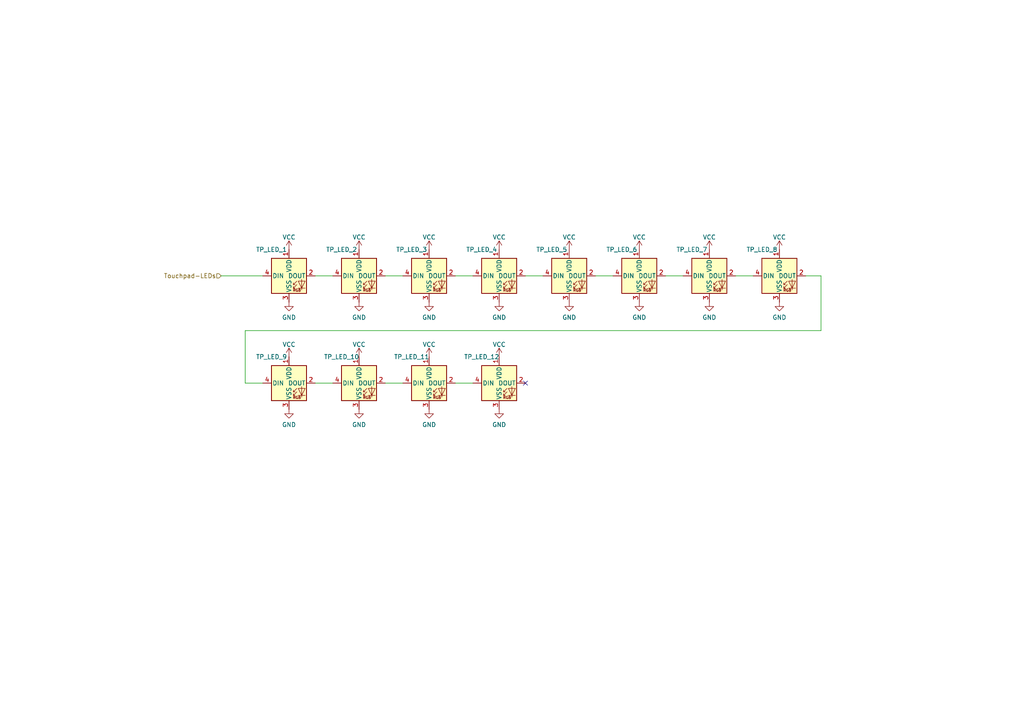
<source format=kicad_sch>
(kicad_sch (version 20211123) (generator eeschema)
  (paper "A4")
  (lib_symbols
    (symbol "LED:WS2812B" (pin_names (offset 0.254))
      (property "Reference" "D" (at 5.08 5.715 0))
      (property "Value" "WS2812B" (at 1.27 -5.715 0))
      (symbol "WS2812B_0_0"
        (text "RGB" (at 2.286 -4.191 0) (effects (font (size 0.762 0.762))))
      )
      (symbol "WS2812B_0_1"
        (polyline (pts (xy 1.27 -3.556) (xy 1.778 -3.556)))
        (polyline (pts (xy 1.27 -2.54) (xy 1.778 -2.54)))
        (polyline (pts (xy 4.699 -3.556) (xy 2.667 -3.556)))
        (polyline (pts (xy 2.286 -2.54) (xy 1.27 -3.556) (xy 1.27 -3.048)))
        (polyline (pts (xy 2.286 -1.524) (xy 1.27 -2.54) (xy 1.27 -2.032)))
        (polyline (pts (xy 3.683 -1.016) (xy 3.683 -3.556) (xy 3.683 -4.064)))
        (polyline (pts (xy 4.699 -1.524) (xy 2.667 -1.524) (xy 3.683 -3.556) (xy 4.699 -1.524)))
        (rectangle (start 5.08 5.08) (end -5.08 -5.08) (stroke (width 0.254)) (fill (type background)))
      )
      (symbol "WS2812B_1_1"
        (pin power_in line (at 0 7.62 270) (length 2.54) (name "VDD") (number "1"))
        (pin output line (at 7.62 0 180) (length 2.54) (name "DOUT") (number "2"))
        (pin power_in line (at 0 -7.62 90) (length 2.54) (name "VSS") (number "3"))
        (pin input line (at -7.62 0 0) (length 2.54) (name "DIN") (number "4"))
      )
    )
    (symbol "power:GND" (power) (pin_names (offset 0))
      (property "Value" "GND" (at 0 -3.81 0))
      (symbol "GND_0_1"
        (polyline (pts (xy 0 0) (xy 0 -1.27) (xy 1.27 -1.27) (xy 0 -2.54) (xy -1.27 -1.27) (xy 0 -1.27)))
      )
      (symbol "GND_1_1"
        (pin power_in line (at 0 0 270) (length 0) hide (name "GND") (number "1"))
      )
    )
    (symbol "power:VCC" (power) (pin_names (offset 0))
      (property "Value" "VCC" (at 0 3.81 0))
      (symbol "VCC_0_1"
        (polyline (pts (xy -0.762 1.27) (xy 0 2.54)))
        (polyline (pts (xy 0 0) (xy 0 2.54)))
        (polyline (pts (xy 0 2.54) (xy 0.762 1.27)))
      )
      (symbol "VCC_1_1"
        (pin power_in line (at 0 0 90) (length 0) hide (name "VCC") (number "1"))
      )
    )
  )
  (no_connect (at 152.4 111.125))
  (wire (pts (xy 193.04 80.01) (xy 198.12 80.01)))
  (wire (pts (xy 71.12 95.885) (xy 71.12 111.125)))
  (wire (pts (xy 172.72 80.01) (xy 177.8 80.01)))
  (wire (pts (xy 91.44 111.125) (xy 96.52 111.125)))
  (wire (pts (xy 132.08 111.125) (xy 137.16 111.125)))
  (wire (pts (xy 132.08 80.01) (xy 137.16 80.01)))
  (wire (pts (xy 238.125 95.885) (xy 71.12 95.885)))
  (wire (pts (xy 111.76 80.01) (xy 116.84 80.01)))
  (wire (pts (xy 71.12 111.125) (xy 76.2 111.125)))
  (wire (pts (xy 91.44 80.01) (xy 96.52 80.01)))
  (wire (pts (xy 233.68 80.01) (xy 238.125 80.01)))
  (wire (pts (xy 213.36 80.01) (xy 218.44 80.01)))
  (wire (pts (xy 152.4 80.01) (xy 157.48 80.01)))
  (wire (pts (xy 111.76 111.125) (xy 116.84 111.125)))
  (wire (pts (xy 64.135 80.01) (xy 76.2 80.01)))
  (wire (pts (xy 238.125 80.01) (xy 238.125 95.885)))
  (hierarchical_label "Touchpad-LEDs" (shape input) (at 64.135 80.01 180))
  (symbol (lib_id "power:VCC") (at 124.46 72.39 0) (unit 1)
    (property "Reference" "#PWR0234" (effects hide))
    (property "Value" "VCC" (at 124.46 68.8142 0))
  )
  (symbol (lib_id "power:VCC") (at 83.82 72.39 0) (unit 1)
    (property "Reference" "#PWR0232" (effects hide))
    (property "Value" "VCC" (at 83.82 68.8142 0))
  )
  (symbol (lib_id "power:VCC") (at 165.1 72.39 0) (unit 1)
    (property "Reference" "#PWR0236" (effects hide))
    (property "Value" "VCC" (at 165.1 68.8142 0))
  )
  (symbol (lib_id "LED:WS2812B") (at 104.14 80.01 0) (unit 1)
    (property "Reference" "TP_LED_2" (at 99.06 72.39 0))
    (property "Value" "WS2812-4020_dual" (effects hide))
    (property "Footprint" "FieldBoard_footprint:LED_WS2812B_PLCC4_5.0x5.0mm_P3.2mm" (effects hide))
    (property "Datasheet" "https://cdn-shop.adafruit.com/datasheets/WS2812B.pdf" (effects hide))
  )
  (symbol (lib_id "power:VCC") (at 104.14 72.39 0) (unit 1)
    (property "Reference" "#PWR0233" (effects hide))
    (property "Value" "VCC" (at 104.14 68.8142 0))
  )
  (symbol (lib_id "LED:WS2812B") (at 83.82 80.01 0) (unit 1)
    (property "Reference" "TP_LED_1" (at 78.74 72.39 0))
    (property "Value" "WS2812-4020_dual" (effects hide))
    (property "Footprint" "FieldBoard_footprint:LED_WS2812B_PLCC4_5.0x5.0mm_P3.2mm" (effects hide))
    (property "Datasheet" "https://cdn-shop.adafruit.com/datasheets/WS2812B.pdf" (effects hide))
  )
  (symbol (lib_id "LED:WS2812B") (at 124.46 80.01 0) (unit 1)
    (property "Reference" "TP_LED_3" (at 119.38 72.39 0))
    (property "Value" "WS2812-4020_dual" (effects hide))
    (property "Footprint" "FieldBoard_footprint:LED_WS2812B_PLCC4_5.0x5.0mm_P3.2mm" (effects hide))
    (property "Datasheet" "https://cdn-shop.adafruit.com/datasheets/WS2812B.pdf" (effects hide))
  )
  (symbol (lib_id "LED:WS2812B") (at 124.46 111.125 0) (unit 1)
    (property "Reference" "TP_LED_11" (at 119.38 103.505 0))
    (property "Value" "WS2812-4020_dual" (effects hide))
    (property "Footprint" "FieldBoard_footprint:LED_WS2812B_PLCC4_5.0x5.0mm_P3.2mm" (effects hide))
    (property "Datasheet" "https://cdn-shop.adafruit.com/datasheets/WS2812B.pdf" (effects hide))
  )
  (symbol (lib_id "power:GND") (at 144.78 87.63 0) (unit 1)
    (property "Reference" "#PWR0243" (effects hide))
    (property "Value" "GND" (at 144.78 92.0734 0))
  )
  (symbol (lib_id "power:GND") (at 185.42 87.63 0) (unit 1)
    (property "Reference" "#PWR0245" (effects hide))
    (property "Value" "GND" (at 185.42 92.0734 0))
  )
  (symbol (lib_id "LED:WS2812B") (at 144.78 80.01 0) (unit 1)
    (property "Reference" "TP_LED_4" (at 139.7 72.39 0))
    (property "Value" "WS2812-4020_dual" (effects hide))
    (property "Footprint" "FieldBoard_footprint:LED_WS2812B_PLCC4_5.0x5.0mm_P3.2mm" (effects hide))
    (property "Datasheet" "https://cdn-shop.adafruit.com/datasheets/WS2812B.pdf" (effects hide))
  )
  (symbol (lib_id "power:GND") (at 83.82 118.745 0) (unit 1)
    (property "Reference" "#PWR0252" (effects hide))
    (property "Value" "GND" (at 83.82 123.1884 0))
  )
  (symbol (lib_id "power:GND") (at 205.74 87.63 0) (unit 1)
    (property "Reference" "#PWR0246" (effects hide))
    (property "Value" "GND" (at 205.74 92.0734 0))
  )
  (symbol (lib_id "power:GND") (at 104.14 118.745 0) (unit 1)
    (property "Reference" "#PWR0253" (effects hide))
    (property "Value" "GND" (at 104.14 123.1884 0))
  )
  (symbol (lib_id "LED:WS2812B") (at 144.78 111.125 0) (unit 1)
    (property "Reference" "TP_LED_12" (at 139.7 103.505 0))
    (property "Value" "WS2812-4020_dual" (effects hide))
    (property "Footprint" "FieldBoard_footprint:LED_WS2812B_PLCC4_5.0x5.0mm_P3.2mm" (effects hide))
    (property "Datasheet" "https://cdn-shop.adafruit.com/datasheets/WS2812B.pdf" (effects hide))
  )
  (symbol (lib_id "power:GND") (at 165.1 87.63 0) (unit 1)
    (property "Reference" "#PWR0244" (effects hide))
    (property "Value" "GND" (at 165.1 92.0734 0))
  )
  (symbol (lib_id "power:GND") (at 124.46 118.745 0) (unit 1)
    (property "Reference" "#PWR0254" (effects hide))
    (property "Value" "GND" (at 124.46 123.1884 0))
  )
  (symbol (lib_id "power:VCC") (at 185.42 72.39 0) (unit 1)
    (property "Reference" "#PWR0237" (effects hide))
    (property "Value" "VCC" (at 185.42 68.8142 0))
  )
  (symbol (lib_id "power:VCC") (at 144.78 72.39 0) (unit 1)
    (property "Reference" "#PWR0235" (effects hide))
    (property "Value" "VCC" (at 144.78 68.8142 0))
  )
  (symbol (lib_id "LED:WS2812B") (at 205.74 80.01 0) (unit 1)
    (property "Reference" "TP_LED_7" (at 200.66 72.39 0))
    (property "Value" "WS2812-4020_dual" (effects hide))
    (property "Footprint" "FieldBoard_footprint:LED_WS2812B_PLCC4_5.0x5.0mm_P3.2mm" (effects hide))
    (property "Datasheet" "https://cdn-shop.adafruit.com/datasheets/WS2812B.pdf" (effects hide))
  )
  (symbol (lib_id "LED:WS2812B") (at 185.42 80.01 0) (unit 1)
    (property "Reference" "TP_LED_6" (at 180.34 72.39 0))
    (property "Value" "WS2812-4020_dual" (effects hide))
    (property "Footprint" "FieldBoard_footprint:LED_WS2812B_PLCC4_5.0x5.0mm_P3.2mm" (effects hide))
    (property "Datasheet" "https://cdn-shop.adafruit.com/datasheets/WS2812B.pdf" (effects hide))
  )
  (symbol (lib_id "power:GND") (at 83.82 87.63 0) (unit 1)
    (property "Reference" "#PWR0240" (effects hide))
    (property "Value" "GND" (at 83.82 92.0734 0))
  )
  (symbol (lib_id "LED:WS2812B") (at 165.1 80.01 0) (unit 1)
    (property "Reference" "TP_LED_5" (at 160.02 72.39 0))
    (property "Value" "WS2812-4020_dual" (effects hide))
    (property "Footprint" "FieldBoard_footprint:LED_WS2812B_PLCC4_5.0x5.0mm_P3.2mm" (effects hide))
    (property "Datasheet" "https://cdn-shop.adafruit.com/datasheets/WS2812B.pdf" (effects hide))
  )
  (symbol (lib_id "power:GND") (at 226.06 87.63 0) (unit 1)
    (property "Reference" "#PWR0247" (effects hide))
    (property "Value" "GND" (at 226.06 92.0734 0))
  )
  (symbol (lib_id "power:GND") (at 124.46 87.63 0) (unit 1)
    (property "Reference" "#PWR0242" (effects hide))
    (property "Value" "GND" (at 124.46 92.0734 0))
  )
  (symbol (lib_id "LED:WS2812B") (at 104.14 111.125 0) (unit 1)
    (property "Reference" "TP_LED_10" (at 99.06 103.505 0))
    (property "Value" "WS2812-4020_dual" (effects hide))
    (property "Footprint" "FieldBoard_footprint:LED_WS2812B_PLCC4_5.0x5.0mm_P3.2mm" (effects hide))
    (property "Datasheet" "https://cdn-shop.adafruit.com/datasheets/WS2812B.pdf" (effects hide))
  )
  (symbol (lib_id "LED:WS2812B") (at 83.82 111.125 0) (unit 1)
    (property "Reference" "TP_LED_9" (at 78.74 103.505 0))
    (property "Value" "WS2812-4020_dual" (effects hide))
    (property "Footprint" "FieldBoard_footprint:LED_WS2812B_PLCC4_5.0x5.0mm_P3.2mm" (effects hide))
    (property "Datasheet" "https://cdn-shop.adafruit.com/datasheets/WS2812B.pdf" (effects hide))
  )
  (symbol (lib_id "LED:WS2812B") (at 226.06 80.01 0) (unit 1)
    (property "Reference" "TP_LED_8" (at 220.98 72.39 0))
    (property "Value" "WS2812-4020_dual" (effects hide))
    (property "Footprint" "FieldBoard_footprint:LED_WS2812B_PLCC4_5.0x5.0mm_P3.2mm" (effects hide))
    (property "Datasheet" "https://cdn-shop.adafruit.com/datasheets/WS2812B.pdf" (effects hide))
  )
  (symbol (lib_id "power:VCC") (at 124.46 103.505 0) (unit 1)
    (property "Reference" "#PWR0250" (effects hide))
    (property "Value" "VCC" (at 124.46 99.9292 0))
  )
  (symbol (lib_id "power:VCC") (at 144.78 103.505 0) (unit 1)
    (property "Reference" "#PWR0251" (effects hide))
    (property "Value" "VCC" (at 144.78 99.9292 0))
  )
  (symbol (lib_id "power:VCC") (at 205.74 72.39 0) (unit 1)
    (property "Reference" "#PWR0238" (effects hide))
    (property "Value" "VCC" (at 205.74 68.8142 0))
  )
  (symbol (lib_id "power:VCC") (at 104.14 103.505 0) (unit 1)
    (property "Reference" "#PWR0249" (effects hide))
    (property "Value" "VCC" (at 104.14 99.9292 0))
  )
  (symbol (lib_id "power:GND") (at 144.78 118.745 0) (unit 1)
    (property "Reference" "#PWR0255" (effects hide))
    (property "Value" "GND" (at 144.78 123.1884 0))
  )
  (symbol (lib_id "power:VCC") (at 226.06 72.39 0) (unit 1)
    (property "Reference" "#PWR0239" (effects hide))
    (property "Value" "VCC" (at 226.06 68.8142 0))
  )
  (symbol (lib_id "power:VCC") (at 83.82 103.505 0) (unit 1)
    (property "Reference" "#PWR0248" (effects hide))
    (property "Value" "VCC" (at 83.82 99.9292 0))
  )
  (symbol (lib_id "power:GND") (at 104.14 87.63 0) (unit 1)
    (property "Reference" "#PWR0241" (effects hide))
    (property "Value" "GND" (at 104.14 92.0734 0))
  )
)
</source>
